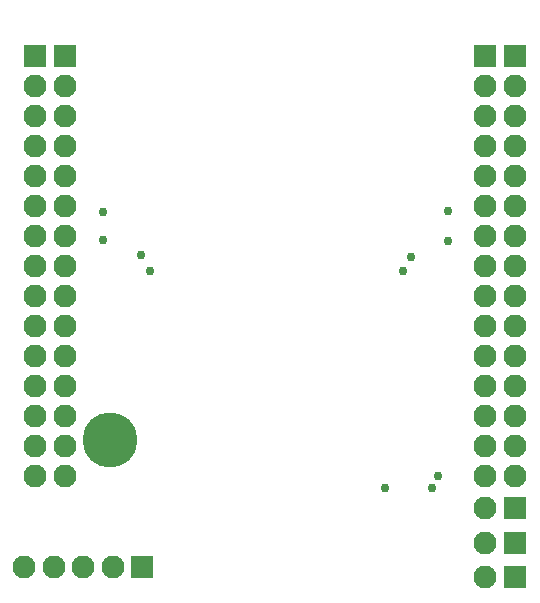
<source format=gbs>
G04*
G04 #@! TF.GenerationSoftware,Altium Limited,Altium Designer,21.0.8 (223)*
G04*
G04 Layer_Color=16711935*
%FSLAX25Y25*%
%MOIN*%
G70*
G04*
G04 #@! TF.SameCoordinates,E8E4A7BE-DB6F-4252-8793-17DB4AC6D9EE*
G04*
G04*
G04 #@! TF.FilePolarity,Negative*
G04*
G01*
G75*
%ADD29R,0.07677X0.07677*%
%ADD30C,0.07677*%
%ADD31R,0.07677X0.07677*%
%ADD32C,0.00591*%
%ADD33C,0.18307*%
%ADD34C,0.02953*%
D29*
X79724Y-33797D02*
D03*
X79882Y-10827D02*
D03*
Y-22312D02*
D03*
X-44291Y-30512D02*
D03*
D30*
X69724Y-33797D02*
D03*
X69882Y-10827D02*
D03*
Y-22312D02*
D03*
X80000Y30000D02*
D03*
Y20000D02*
D03*
Y10000D02*
D03*
Y0D02*
D03*
Y40000D02*
D03*
Y80000D02*
D03*
Y70000D02*
D03*
Y60000D02*
D03*
Y50000D02*
D03*
Y100000D02*
D03*
Y110000D02*
D03*
Y120000D02*
D03*
Y130000D02*
D03*
Y90000D02*
D03*
X-80000D02*
D03*
Y130000D02*
D03*
Y120000D02*
D03*
Y110000D02*
D03*
Y100000D02*
D03*
Y50000D02*
D03*
Y60000D02*
D03*
Y70000D02*
D03*
Y80000D02*
D03*
Y40000D02*
D03*
Y0D02*
D03*
Y10000D02*
D03*
Y20000D02*
D03*
Y30000D02*
D03*
X70000D02*
D03*
Y20000D02*
D03*
Y10000D02*
D03*
Y0D02*
D03*
Y40000D02*
D03*
Y80000D02*
D03*
Y70000D02*
D03*
Y60000D02*
D03*
Y50000D02*
D03*
Y100000D02*
D03*
Y110000D02*
D03*
Y120000D02*
D03*
Y130000D02*
D03*
Y90000D02*
D03*
X-70000Y30000D02*
D03*
Y20000D02*
D03*
Y10000D02*
D03*
Y0D02*
D03*
Y40000D02*
D03*
Y80000D02*
D03*
Y70000D02*
D03*
Y60000D02*
D03*
Y50000D02*
D03*
Y100000D02*
D03*
Y110000D02*
D03*
Y120000D02*
D03*
Y130000D02*
D03*
Y90000D02*
D03*
X-54134Y-30512D02*
D03*
X-63976D02*
D03*
X-73819D02*
D03*
X-83661D02*
D03*
D31*
X80000Y140000D02*
D03*
X-80000D02*
D03*
X70000D02*
D03*
X-70000D02*
D03*
D32*
X55118Y153543D02*
D03*
X-55118D02*
D03*
D33*
Y11811D02*
D03*
D34*
X54165Y0D02*
D03*
X52165Y-3937D02*
D03*
X36417D02*
D03*
X-41900Y68400D02*
D03*
X-44900Y73500D02*
D03*
X-57600Y88000D02*
D03*
X-57390Y78690D02*
D03*
X45100Y73000D02*
D03*
X42600Y68200D02*
D03*
X57500Y78300D02*
D03*
X57492Y88308D02*
D03*
M02*

</source>
